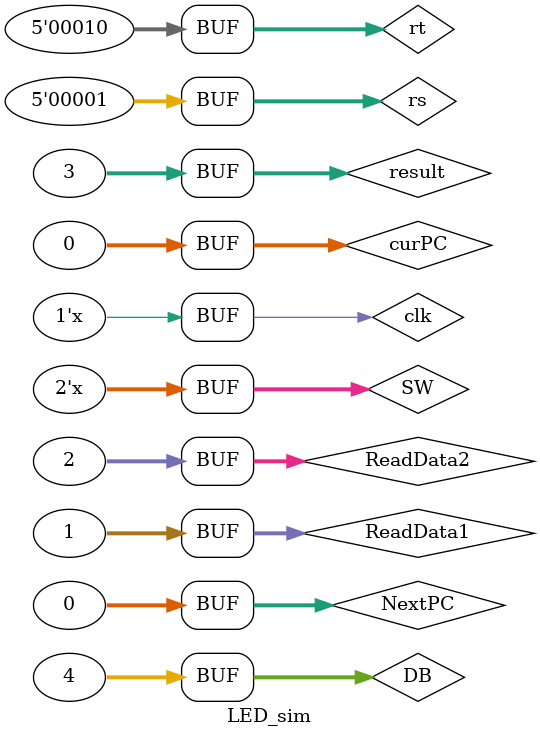
<source format=v>
`timescale 1ns / 1ps


module LED_sim;
    reg clk;
    reg [1:0] SW;
    reg [31:0] curPC;
    reg [31:0] NextPC;
    reg [4:0] rs;
    reg [31:0] ReadData1;
    reg [4:0] rt;
    reg [31:0] ReadData2;
    reg [31:0] result;
    reg [31:0] DB;
    wire [6:0] a_to_g;
    wire [3:0] pos;
    LED_top T3 (.clk(clk),.SW(SW),.curPC(curPC),.NextPC(NextPC),.rs(rs),
                    .ReadData1(ReadData1),.rt(rt),.ReadData2(ReadData2),
                    .result(result),.DB(DB),.a_to_g(a_to_g),.pos(pos)
                    );
    initial begin
    clk=0;
    SW=0;
    curPC=0;
    NextPC=0;
    rs=1;
    ReadData1=1;
    rt=2;
    ReadData2=2;
    result =3;
    DB=4;
    end
    always begin
    #10; clk =~clk;
    end
    always begin
    #50;
    SW = SW+1;
    end
endmodule

</source>
